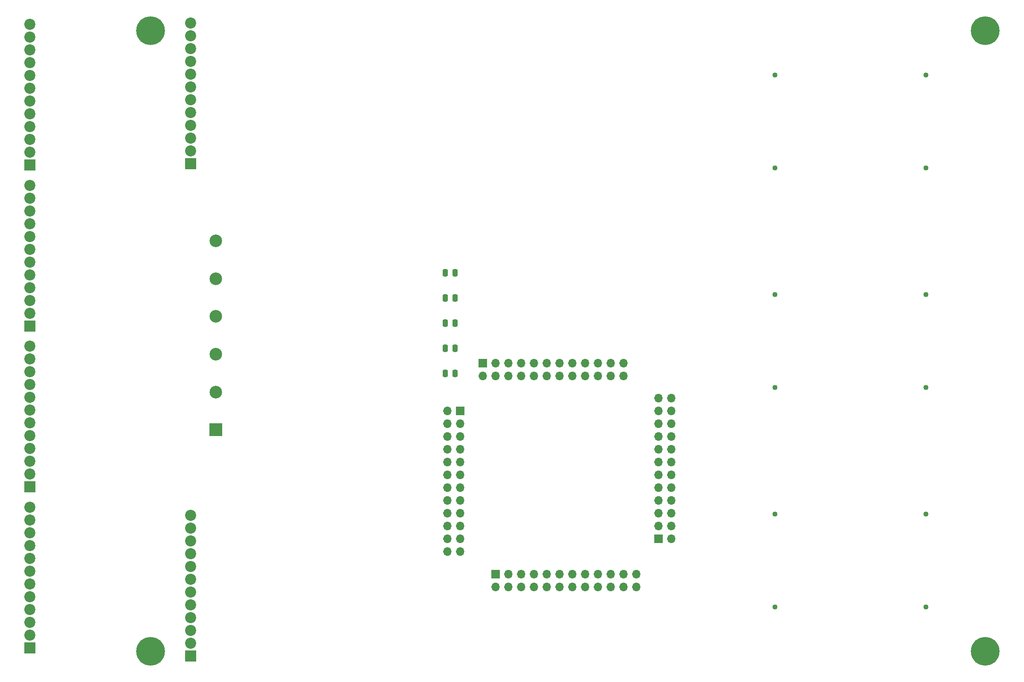
<source format=gbr>
%TF.GenerationSoftware,KiCad,Pcbnew,7.0.7*%
%TF.CreationDate,2023-08-23T16:32:02-04:00*%
%TF.ProjectId,Mux64,4d757836-342e-46b6-9963-61645f706362,rev?*%
%TF.SameCoordinates,Original*%
%TF.FileFunction,Soldermask,Bot*%
%TF.FilePolarity,Negative*%
%FSLAX46Y46*%
G04 Gerber Fmt 4.6, Leading zero omitted, Abs format (unit mm)*
G04 Created by KiCad (PCBNEW 7.0.7) date 2023-08-23 16:32:02*
%MOMM*%
%LPD*%
G01*
G04 APERTURE LIST*
G04 Aperture macros list*
%AMRoundRect*
0 Rectangle with rounded corners*
0 $1 Rounding radius*
0 $2 $3 $4 $5 $6 $7 $8 $9 X,Y pos of 4 corners*
0 Add a 4 corners polygon primitive as box body*
4,1,4,$2,$3,$4,$5,$6,$7,$8,$9,$2,$3,0*
0 Add four circle primitives for the rounded corners*
1,1,$1+$1,$2,$3*
1,1,$1+$1,$4,$5*
1,1,$1+$1,$6,$7*
1,1,$1+$1,$8,$9*
0 Add four rect primitives between the rounded corners*
20,1,$1+$1,$2,$3,$4,$5,0*
20,1,$1+$1,$4,$5,$6,$7,0*
20,1,$1+$1,$6,$7,$8,$9,0*
20,1,$1+$1,$8,$9,$2,$3,0*%
G04 Aperture macros list end*
%ADD10R,1.700000X1.700000*%
%ADD11O,1.700000X1.700000*%
%ADD12R,2.500000X2.500000*%
%ADD13C,2.500000*%
%ADD14R,2.200000X2.200000*%
%ADD15C,2.200000*%
%ADD16C,1.020000*%
%ADD17C,5.700000*%
%ADD18RoundRect,0.250000X0.250000X0.475000X-0.250000X0.475000X-0.250000X-0.475000X0.250000X-0.475000X0*%
G04 APERTURE END LIST*
D10*
%TO.C,J9*%
X185840000Y-129310000D03*
D11*
X188380000Y-129310000D03*
X185840000Y-126770000D03*
X188380000Y-126770000D03*
X185840000Y-124230000D03*
X188380000Y-124230000D03*
X185840000Y-121690000D03*
X188380000Y-121690000D03*
X185840000Y-119150000D03*
X188380000Y-119150000D03*
X185840000Y-116610000D03*
X188380000Y-116610000D03*
X185840000Y-114070000D03*
X188380000Y-114070000D03*
X185840000Y-111530000D03*
X188380000Y-111530000D03*
X185840000Y-108990000D03*
X188380000Y-108990000D03*
X185840000Y-106450000D03*
X188380000Y-106450000D03*
X185840000Y-103910000D03*
X188380000Y-103910000D03*
X185840000Y-101370000D03*
X188380000Y-101370000D03*
%TD*%
D10*
%TO.C,J10*%
X150915000Y-94385000D03*
D11*
X150915000Y-96925000D03*
X153455000Y-94385000D03*
X153455000Y-96925000D03*
X155995000Y-94385000D03*
X155995000Y-96925000D03*
X158535000Y-94385000D03*
X158535000Y-96925000D03*
X161075000Y-94385000D03*
X161075000Y-96925000D03*
X163615000Y-94385000D03*
X163615000Y-96925000D03*
X166155000Y-94385000D03*
X166155000Y-96925000D03*
X168695000Y-94385000D03*
X168695000Y-96925000D03*
X171235000Y-94385000D03*
X171235000Y-96925000D03*
X173775000Y-94385000D03*
X173775000Y-96925000D03*
X176315000Y-94385000D03*
X176315000Y-96925000D03*
X178855000Y-94385000D03*
X178855000Y-96925000D03*
%TD*%
D10*
%TO.C,J8*%
X153455000Y-136295000D03*
D11*
X153455000Y-138835000D03*
X155995000Y-136295000D03*
X155995000Y-138835000D03*
X158535000Y-136295000D03*
X158535000Y-138835000D03*
X161075000Y-136295000D03*
X161075000Y-138835000D03*
X163615000Y-136295000D03*
X163615000Y-138835000D03*
X166155000Y-136295000D03*
X166155000Y-138835000D03*
X168695000Y-136295000D03*
X168695000Y-138835000D03*
X171235000Y-136295000D03*
X171235000Y-138835000D03*
X173775000Y-136295000D03*
X173775000Y-138835000D03*
X176315000Y-136295000D03*
X176315000Y-138835000D03*
X178855000Y-136295000D03*
X178855000Y-138835000D03*
X181395000Y-136295000D03*
X181395000Y-138835000D03*
%TD*%
D10*
%TO.C,J7*%
X146470000Y-103910000D03*
D11*
X143930000Y-103910000D03*
X146470000Y-106450000D03*
X143930000Y-106450000D03*
X146470000Y-108990000D03*
X143930000Y-108990000D03*
X146470000Y-111530000D03*
X143930000Y-111530000D03*
X146470000Y-114070000D03*
X143930000Y-114070000D03*
X146470000Y-116610000D03*
X143930000Y-116610000D03*
X146470000Y-119150000D03*
X143930000Y-119150000D03*
X146470000Y-121690000D03*
X143930000Y-121690000D03*
X146470000Y-124230000D03*
X143930000Y-124230000D03*
X146470000Y-126770000D03*
X143930000Y-126770000D03*
X146470000Y-129310000D03*
X143930000Y-129310000D03*
X146470000Y-131850000D03*
X143930000Y-131850000D03*
%TD*%
D12*
%TO.C,J12*%
X97920000Y-107640000D03*
D13*
X97920000Y-100140000D03*
X97920000Y-92640000D03*
X97920000Y-85140000D03*
X97920000Y-77640000D03*
X97920000Y-70140000D03*
%TD*%
D14*
%TO.C,J16*%
X61040000Y-87030000D03*
D15*
X61040000Y-84490000D03*
X61040000Y-81950000D03*
X61040000Y-79410000D03*
X61040000Y-76870000D03*
X61040000Y-74330000D03*
X61040000Y-71790000D03*
X61040000Y-69250000D03*
X61040000Y-66710000D03*
X61040000Y-64170000D03*
X61040000Y-61630000D03*
X61040000Y-59090000D03*
%TD*%
D16*
%TO.C,J1*%
X238910000Y-142870000D03*
X238910000Y-124390000D03*
%TD*%
D14*
%TO.C,J13*%
X61030000Y-118970000D03*
D15*
X61030000Y-116430000D03*
X61030000Y-113890000D03*
X61030000Y-111350000D03*
X61030000Y-108810000D03*
X61030000Y-106270000D03*
X61030000Y-103730000D03*
X61030000Y-101190000D03*
X61030000Y-98650000D03*
X61030000Y-96110000D03*
X61030000Y-93570000D03*
X61030000Y-91030000D03*
%TD*%
D17*
%TO.C,H2*%
X85000000Y-151680000D03*
%TD*%
D14*
%TO.C,J11*%
X61022500Y-151001000D03*
D15*
X61022500Y-148461000D03*
X61022500Y-145921000D03*
X61022500Y-143381000D03*
X61022500Y-140841000D03*
X61022500Y-138301000D03*
X61022500Y-135761000D03*
X61022500Y-133221000D03*
X61022500Y-130681000D03*
X61022500Y-128141000D03*
X61022500Y-125601000D03*
X61022500Y-123061000D03*
%TD*%
D17*
%TO.C,H1*%
X250700000Y-151680000D03*
%TD*%
D14*
%TO.C,J18*%
X61050000Y-55030000D03*
D15*
X61050000Y-52490000D03*
X61050000Y-49950000D03*
X61050000Y-47410000D03*
X61050000Y-44870000D03*
X61050000Y-42330000D03*
X61050000Y-39790000D03*
X61050000Y-37250000D03*
X61050000Y-34710000D03*
X61050000Y-32170000D03*
X61050000Y-29630000D03*
X61050000Y-27090000D03*
%TD*%
D16*
%TO.C,J4*%
X208910000Y-55670000D03*
X208910000Y-37190000D03*
%TD*%
D14*
%TO.C,J14*%
X92920000Y-152570000D03*
D15*
X92920000Y-150030000D03*
X92920000Y-147490000D03*
X92920000Y-144950000D03*
X92920000Y-142410000D03*
X92920000Y-139870000D03*
X92920000Y-137330000D03*
X92920000Y-134790000D03*
X92920000Y-132250000D03*
X92920000Y-129710000D03*
X92920000Y-127170000D03*
X92920000Y-124630000D03*
%TD*%
D14*
%TO.C,J17*%
X92920000Y-54800000D03*
D15*
X92920000Y-52260000D03*
X92920000Y-49720000D03*
X92920000Y-47180000D03*
X92920000Y-44640000D03*
X92920000Y-42100000D03*
X92920000Y-39560000D03*
X92920000Y-37020000D03*
X92920000Y-34480000D03*
X92920000Y-31940000D03*
X92920000Y-29400000D03*
X92920000Y-26860000D03*
%TD*%
D16*
%TO.C,J5*%
X238910000Y-99270000D03*
X238910000Y-80790000D03*
%TD*%
%TO.C,J6*%
X208910000Y-99270000D03*
X208910000Y-80790000D03*
%TD*%
%TO.C,J2*%
X238910000Y-37190000D03*
X238910000Y-55670000D03*
%TD*%
%TO.C,J3*%
X208910000Y-142870000D03*
X208910000Y-124390000D03*
%TD*%
D17*
%TO.C,H4*%
X250700000Y-28380000D03*
%TD*%
%TO.C,H3*%
X85000000Y-28380000D03*
%TD*%
D18*
%TO.C,C12*%
X145410000Y-76468600D03*
X143510000Y-76468600D03*
%TD*%
%TO.C,C9*%
X145410000Y-91480000D03*
X143510000Y-91480000D03*
%TD*%
%TO.C,C7*%
X145410000Y-96483800D03*
X143510000Y-96483800D03*
%TD*%
%TO.C,C10*%
X145410000Y-86476200D03*
X143510000Y-86476200D03*
%TD*%
%TO.C,C11*%
X145410000Y-81472400D03*
X143510000Y-81472400D03*
%TD*%
M02*

</source>
